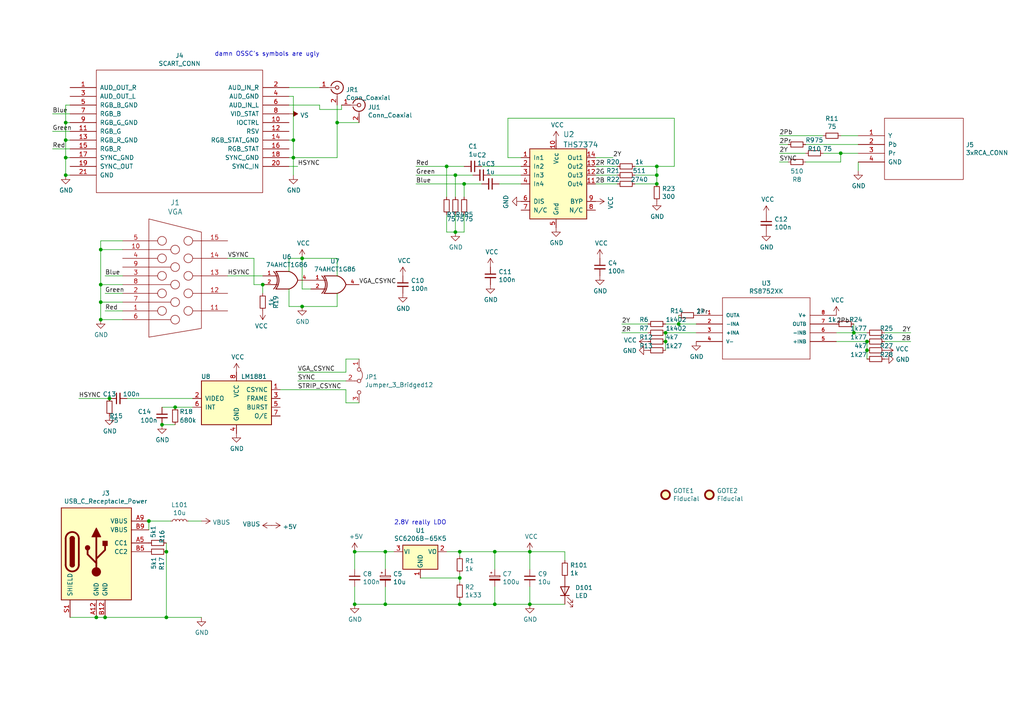
<source format=kicad_sch>
(kicad_sch (version 20211123) (generator eeschema)
  (paper "A4")
  (title_block (title "VGA/SHART to YPbPr converter") (date "2019-04-28") (rev "1") (company "Wakaba video") (comment 1 "KiCad bitches"))
  (lib_symbols
    (symbol "74xGxx:74AHC1G86" (pin_names (offset 1.016))
      (property "Reference" "U" (at -2.54 3.81 0))
      (property "Value" "74AHC1G86" (at 0 -3.81 0))
      (symbol "74AHC1G86_1_1"
        (pin input line (at -7.62 1.27 0) (length 3.81) (name "~") (number "1"))
        (pin input line (at -7.62 -1.27 0) (length 3.81) (name "~") (number "2"))
        (pin power_in line (at 0 -2.54 270) (length 0) hide (name "GND") (number "3"))
        (pin output line (at 6.35 0 180) (length 3.81) (name "~") (number "4"))
        (pin power_in line (at 0 2.54 90) (length 0) hide (name "VCC") (number "5"))
      )
    )
    (symbol "Connector:Conn_Coaxial" (pin_names (offset 1.016) hide)
      (property "Reference" "J" (at 0.254 3.048 0))
      (property "Value" "Conn_Coaxial" (at 2.921 0 90))
      (symbol "Conn_Coaxial_1_1"
        (pin passive line (at -5.08 0 0) (length 2.54) (name "In") (number "1"))
        (pin passive line (at 0 -5.08 90) (length 2.54) (name "Ext") (number "2"))
      )
    )
    (symbol "Device:C_Small" (pin_numbers hide) (pin_names (offset 0.254) hide)
      (property "Reference" "C" (at 0.254 1.778 0))
      (property "Value" "C_Small" (at 0.254 -2.032 0))
      (symbol "C_Small_1_1"
        (pin passive line (at 0 2.54 270) (length 2.032) (name "~") (number "1"))
        (pin passive line (at 0 -2.54 90) (length 2.032) (name "~") (number "2"))
      )
    )
    (symbol "Device:LED" (pin_numbers hide) (pin_names (offset 1.016) hide)
      (property "Reference" "D" (at 0 2.54 0))
      (property "Value" "LED" (at 0 -2.54 0))
      (symbol "LED_1_1"
        (pin passive line (at -3.81 0 0) (length 2.54) (name "K") (number "1"))
        (pin passive line (at 3.81 0 180) (length 2.54) (name "A") (number "2"))
      )
    )
    (symbol "Device:L_Small" (pin_numbers hide) (pin_names (offset 0.254) hide)
      (property "Reference" "L" (at 0.762 1.016 0))
      (property "Value" "L_Small" (at 0.762 -1.016 0))
      (symbol "L_Small_1_1"
        (pin passive line (at 0 2.54 270) (length 0.508) (name "~") (number "1"))
        (pin passive line (at 0 -2.54 90) (length 0.508) (name "~") (number "2"))
      )
    )
    (symbol "Device:R_Small" (pin_numbers hide) (pin_names (offset 0.254) hide)
      (property "Reference" "R" (at 0.762 0.508 0))
      (property "Value" "R_Small" (at 0.762 -1.016 0))
      (symbol "R_Small_1_1"
        (pin passive line (at 0 2.54 270) (length 0.762) (name "~") (number "1"))
        (pin passive line (at 0 -2.54 90) (length 0.762) (name "~") (number "2"))
      )
    )
    (symbol "Mechanical:Fiducial"
      (property "Reference" "FID" (at 0 5.08 0))
      (property "Value" "Fiducial" (at 0 3.175 0))
    )
    (symbol "RGB-to-component-rescue:3xRCA_CONN-ossc" (pin_names (offset 1.016))
      (property "Reference" "U" (at 0 -2.54 0))
      (property "Value" "3xRCA_CONN-ossc" (at 0 2.54 0))
      (symbol "3xRCA_CONN-ossc_1_1"
        (pin output line (at -19.05 3.81 0) (length 7.62) (name "Y") (number "1"))
        (pin output line (at -19.05 1.27 0) (length 7.62) (name "Pb") (number "2"))
        (pin output line (at -19.05 -1.27 0) (length 7.62) (name "Pr") (number "3"))
        (pin power_in line (at -19.05 -3.81 0) (length 7.62) (name "GND") (number "4"))
      )
    )
    (symbol "RGB-to-component-rescue:CP_Small-Device" (pin_numbers hide) (pin_names (offset 0.254) hide)
      (property "Reference" "C" (at 0.254 1.778 0))
      (property "Value" "CP_Small-Device" (at 0.254 -2.032 0))
      (symbol "CP_Small-Device_1_1"
        (pin passive line (at 0 2.54 270) (length 1.8542) (name "~") (number "1"))
        (pin passive line (at 0 -2.54 90) (length 1.8542) (name "~") (number "2"))
      )
    )
    (symbol "RGB-to-component-rescue:Jumper_3_Bridged12-Jumper" (pin_names (offset 0) hide)
      (property "Reference" "JP" (at -2.54 -2.54 0))
      (property "Value" "Jumper_3_Bridged12-Jumper" (at 0 2.794 0))
      (symbol "Jumper_3_Bridged12-Jumper_1_1"
        (pin passive line (at -6.35 0 0) (length 2.54) (name "A") (number "1"))
        (pin input line (at 0 -3.81 90) (length 2.54) (name "C") (number "2"))
        (pin passive line (at 6.35 0 180) (length 2.54) (name "B") (number "3"))
      )
    )
    (symbol "RGB-to-component-rescue:LT6206CMS8PBF-Videobits" (pin_names (offset 1.016))
      (property "Reference" "U" (at 15.621 9.1186 0))
      (property "Value" "LT6206CMS8PBF-Videobits" (at 14.9606 6.5786 0))
      (symbol "LT6206CMS8PBF-Videobits_0_0"
        (pin output line (at 0 0 0) (length 7.62) (name "OUTA") (number "1"))
        (pin input line (at 0 -2.54 0) (length 7.62) (name "-INA") (number "2"))
        (pin input line (at 0 -5.08 0) (length 7.62) (name "+INA") (number "3"))
        (pin power_in line (at 0 -7.62 0) (length 7.62) (name "V-") (number "4"))
        (pin input line (at 40.64 -7.62 180) (length 7.62) (name "+INB") (number "5"))
        (pin input line (at 40.64 -5.08 180) (length 7.62) (name "-INB") (number "6"))
        (pin output line (at 40.64 -2.54 180) (length 7.62) (name "OUTB") (number "7"))
        (pin power_in line (at 40.64 0 180) (length 7.62) (name "V+") (number "8"))
      )
    )
    (symbol "RGB-to-component-rescue:SCART_CONN-ossc" (pin_names (offset 1.016))
      (property "Reference" "U" (at 0 -2.54 0))
      (property "Value" "SCART_CONN-ossc" (at 0 2.54 0))
      (symbol "SCART_CONN-ossc_1_1"
        (pin input line (at -31.75 12.7 0) (length 7.62) (name "AUD_OUT_R") (number "1"))
        (pin output line (at 31.75 2.54 180) (length 7.62) (name "IOCTRL") (number "10"))
        (pin output line (at -31.75 0 0) (length 7.62) (name "RGB_G") (number "11"))
        (pin output line (at 31.75 0 180) (length 7.62) (name "RSV") (number "12"))
        (pin power_in line (at -31.75 -2.54 0) (length 7.62) (name "RGB_R_GND") (number "13"))
        (pin power_in line (at 31.75 -2.54 180) (length 7.62) (name "RGB_STAT_GND") (number "14"))
        (pin output line (at -31.75 -5.08 0) (length 7.62) (name "RGB_R") (number "15"))
        (pin output line (at 31.75 -5.08 180) (length 7.62) (name "RGB_STAT") (number "16"))
        (pin output line (at -31.75 -7.62 0) (length 7.62) (name "SYNC_GND") (number "17"))
        (pin output line (at 31.75 -7.62 180) (length 7.62) (name "SYNC_GND") (number "18"))
        (pin input line (at -31.75 -10.16 0) (length 7.62) (name "SYNC_OUT") (number "19"))
        (pin output line (at 31.75 12.7 180) (length 7.62) (name "AUD_IN_R") (number "2"))
        (pin output line (at 31.75 -10.16 180) (length 7.62) (name "SYNC_IN") (number "20"))
        (pin power_in line (at -31.75 -12.7 0) (length 7.62) (name "GND") (number "21"))
        (pin input line (at -31.75 10.16 0) (length 7.62) (name "AUD_OUT_L") (number "3"))
        (pin power_in line (at 31.75 10.16 180) (length 7.62) (name "AUD_GND") (number "4"))
        (pin power_in line (at -31.75 7.62 0) (length 7.62) (name "RGB_B_GND") (number "5"))
        (pin output line (at 31.75 7.62 180) (length 7.62) (name "AUD_IN_L") (number "6"))
        (pin output line (at -31.75 5.08 0) (length 7.62) (name "RGB_B") (number "7"))
        (pin output line (at 31.75 5.08 180) (length 7.62) (name "VID_STAT") (number "8"))
        (pin power_in line (at -31.75 2.54 0) (length 7.62) (name "RGB_G_GND") (number "9"))
      )
    )
    (symbol "RGB-to-component-rescue:USB_C_Receptacle_Power-Videobits" (pin_names (offset 1.016))
      (property "Reference" "J" (at -10.16 10.16 0))
      (property "Value" "USB_C_Receptacle_Power-Videobits" (at 19.05 10.16 0))
      (symbol "USB_C_Receptacle_Power-Videobits_1_1"
        (pin power_out line (at 0 -22.86 90) (length 5.08) (name "GND") (number "A12"))
        (pin bidirectional line (at 15.24 -1.27 180) (length 5.08) (name "CC1") (number "A5"))
        (pin power_out line (at 15.24 5.08 180) (length 5.08) (name "VBUS") (number "A9"))
        (pin power_out line (at 2.54 -22.86 90) (length 5.08) (name "GND") (number "B12"))
        (pin bidirectional line (at 15.24 -3.81 180) (length 5.08) (name "CC2") (number "B5"))
        (pin power_out line (at 15.24 2.54 180) (length 5.08) (name "VBUS") (number "B9"))
        (pin passive line (at -7.62 -22.86 90) (length 5.08) (name "SHIELD") (number "S1"))
      )
    )
    (symbol "RGB-to-component-rescue:VCC-converted" (power) (pin_names (offset 0))
      (property "Value" "VCC-converted" (at 0 3.81 0))
      (symbol "VCC-converted_1_1"
        (pin power_in line (at 0 0 90) (length 0) hide (name "VCC") (number "1"))
      )
    )
    (symbol "RGB-to-component-rescue:VGA-ossc" (pin_names (offset 0) hide)
      (property "Reference" "J" (at -6.35 20.32 0))
      (property "Value" "VGA-ossc" (at 0 -19.05 0))
      (symbol "VGA-ossc_1_1"
        (pin output line (at -15.24 -8.89 0) (length 7.62) (name "RED") (number "1"))
        (pin input line (at -15.24 8.89 0) (length 7.62) (name "GND_VSYNC") (number "10"))
        (pin input line (at 15.24 -8.89 180) (length 7.62) (name "ID0/RES") (number "11"))
        (pin input line (at 15.24 -3.81 180) (length 7.62) (name "ID1/SDA") (number "12"))
        (pin output line (at 15.24 1.27 180) (length 7.62) (name "HSYNC") (number "13"))
        (pin output line (at 15.24 6.35 180) (length 7.62) (name "VSYNC") (number "14"))
        (pin input line (at 15.24 11.43 180) (length 7.62) (name "ID3/SCL") (number "15"))
        (pin output line (at -15.24 -3.81 0) (length 7.62) (name "GREEN") (number "2"))
        (pin output line (at -15.24 1.27 0) (length 7.62) (name "BLUE") (number "3"))
        (pin input line (at -15.24 6.35 0) (length 7.62) (name "ID2/RES") (number "4"))
        (pin input line (at -15.24 11.43 0) (length 7.62) (name "GND_HSYNC") (number "5"))
        (pin input line (at -15.24 -11.43 0) (length 7.62) (name "RED_RTN") (number "6"))
        (pin input line (at -15.24 -6.35 0) (length 7.62) (name "GREEN_RTN") (number "7"))
        (pin input line (at -15.24 -1.27 0) (length 7.62) (name "BLUE_RTN") (number "8"))
        (pin input line (at -15.24 3.81 0) (length 7.62) (name "KEY/PWR") (number "9"))
      )
    )
    (symbol "Regulator_Linear:MCP1700-2802E_SOT23" (pin_names (offset 0.254))
      (property "Reference" "U" (at -3.81 3.175 0))
      (property "Value" "MCP1700-2802E_SOT23" (at 0 3.175 0))
      (symbol "MCP1700-2802E_SOT23_1_1"
        (pin power_in line (at 0 -7.62 90) (length 2.54) (name "GND") (number "1"))
        (pin power_out line (at 7.62 0 180) (length 2.54) (name "VO") (number "2"))
        (pin power_in line (at -7.62 0 0) (length 2.54) (name "VI") (number "3"))
      )
    )
    (symbol "Video:LM1881" (pin_names (offset 1.016))
      (property "Reference" "U" (at -8.89 8.89 0))
      (property "Value" "LM1881" (at 6.35 8.89 0))
      (symbol "LM1881_1_1"
        (pin output line (at 12.7 5.08 180) (length 2.54) (name "CSYNC") (number "1"))
        (pin input line (at -12.7 2.54 0) (length 2.54) (name "VIDEO") (number "2"))
        (pin output line (at 12.7 2.54 180) (length 2.54) (name "FRAME") (number "3"))
        (pin power_in line (at 0 -7.62 90) (length 2.54) (name "GND") (number "4"))
        (pin output line (at 12.7 0 180) (length 2.54) (name "BURST") (number "5"))
        (pin input line (at -12.7 0 0) (length 2.54) (name "INT") (number "6"))
        (pin output line (at 12.7 -2.54 180) (length 2.54) (name "O/E") (number "7"))
        (pin power_in line (at 0 10.16 270) (length 2.54) (name "VCC") (number "8"))
      )
    )
    (symbol "power:+5V" (power) (pin_names (offset 0))
      (property "Value" "+5V" (at 0 3.556 0))
      (symbol "+5V_1_1"
        (pin power_in line (at 0 0 90) (length 0) hide (name "+5V") (number "1"))
      )
    )
    (symbol "power:GND" (power) (pin_names (offset 0))
      (property "Value" "GND" (at 0 -3.81 0))
      (symbol "GND_1_1"
        (pin power_in line (at 0 0 270) (length 0) hide (name "GND") (number "1"))
      )
    )
    (symbol "power:VBUS" (power) (pin_names (offset 0))
      (property "Value" "VBUS" (at 0 3.81 0))
      (symbol "VBUS_1_1"
        (pin power_in line (at 0 0 90) (length 0) hide (name "VBUS") (number "1"))
      )
    )
    (symbol "power:VCC" (power) (pin_names (offset 0))
      (property "Value" "VCC" (at 0 3.81 0))
      (symbol "VCC_1_1"
        (pin power_in line (at 0 0 90) (length 0) hide (name "VCC") (number "1"))
      )
    )
    (symbol "power:VS" (power) (pin_names (offset 0))
      (property "Value" "VS" (at 0 3.81 0))
      (symbol "VS_1_1"
        (pin power_in line (at 0 0 90) (length 0) hide (name "VS") (number "1"))
      )
    )
    (symbol "videobits:THS7374" (pin_names (offset 1.016))
      (property "Reference" "U" (at -3.81 6.35 0))
      (property "Value" "THS7374" (at 6.35 6.35 0))
      (symbol "THS7374_0_1"
        (pin input line (at -5.08 2.54 0) (length 2.54) (name "In1") (number "1"))
        (pin power_in line (at 5.08 7.62 270) (length 2.54) (name "Vcc") (number "10"))
        (pin output line (at 16.51 -5.08 180) (length 2.54) (name "Out4") (number "11"))
        (pin output line (at 16.51 -2.54 180) (length 2.54) (name "Out3") (number "12"))
        (pin output line (at 16.51 0 180) (length 2.54) (name "Out2") (number "13"))
        (pin output line (at 16.51 2.54 180) (length 2.54) (name "Out1") (number "14"))
        (pin input line (at -5.08 0 0) (length 2.54) (name "In2") (number "2"))
        (pin input line (at -5.08 -2.54 0) (length 2.54) (name "In3") (number "3"))
        (pin input line (at -5.08 -5.08 0) (length 2.54) (name "In4") (number "4"))
        (pin power_in line (at 5.08 -17.78 90) (length 2.54) (name "Gnd") (number "5"))
        (pin input line (at -5.08 -10.16 0) (length 2.54) (name "DIS") (number "6"))
        (pin passive line (at -5.08 -12.7 0) (length 2.54) (name "N/C") (number "7"))
        (pin passive line (at 16.51 -12.7 180) (length 2.54) (name "N/C") (number "8"))
        (pin input line (at 16.51 -10.16 180) (length 2.54) (name "BYP") (number "9"))
      )
    )
  )
  (junction (at 193.04 96.52))
  (junction (at 196.85 93.98))
  (junction (at 29.21 87.63))
  (junction (at 29.21 72.39))
  (junction (at 85.09 40.64))
  (junction (at 153.67 175.26))
  (junction (at 19.05 40.64))
  (junction (at 46.99 123.19))
  (junction (at 87.63 88.9))
  (junction (at 190.5 50.8))
  (junction (at 76.2 82.55))
  (junction (at 143.51 160.02))
  (junction (at 48.26 160.02))
  (junction (at 133.35 167.64))
  (junction (at 19.05 35.56))
  (junction (at 111.76 160.02))
  (junction (at 30.48 179.07))
  (junction (at 133.35 175.26))
  (junction (at 29.21 92.71))
  (junction (at 190.5 53.34))
  (junction (at 48.26 179.07))
  (junction (at 50.8 118.11))
  (junction (at 102.87 175.26))
  (junction (at 29.21 82.55))
  (junction (at 102.87 160.02))
  (junction (at 97.79 35.56))
  (junction (at 193.04 99.06))
  (junction (at 251.46 99.06))
  (junction (at 19.05 50.8))
  (junction (at 153.67 160.02))
  (junction (at 247.65 96.52))
  (junction (at 31.75 115.57))
  (junction (at 87.63 74.93))
  (junction (at 129.54 48.26))
  (junction (at 85.09 45.72))
  (junction (at 133.35 160.02))
  (junction (at 134.62 53.34))
  (junction (at 132.08 50.8))
  (junction (at 251.46 101.6))
  (junction (at 111.76 175.26))
  (junction (at 243.84 44.45))
  (junction (at 143.51 175.26))
  (junction (at 132.08 67.31))
  (junction (at 190.5 48.26))
  (junction (at 19.05 45.72))
  (junction (at 43.18 151.13))
  (junction (at 27.94 179.07))
  (wire (pts (xy 99.06 31.75) (xy 92.71 31.75)))
  (wire (pts (xy 228.6 46.99) (xy 226.06 46.99)))
  (wire (pts (xy 129.54 57.15) (xy 129.54 48.26)))
  (wire (pts (xy 102.87 175.26) (xy 111.76 175.26)))
  (wire (pts (xy 19.05 40.64) (xy 19.05 45.72)))
  (wire (pts (xy 73.66 74.93) (xy 73.66 82.55)))
  (wire (pts (xy 19.05 40.64) (xy 20.32 40.64)))
  (wire (pts (xy 193.04 93.98) (xy 196.85 93.98)))
  (wire (pts (xy 50.8 118.11) (xy 55.88 118.11)))
  (wire (pts (xy 29.21 87.63) (xy 35.56 87.63)))
  (wire (pts (xy 19.05 35.56) (xy 19.05 40.64)))
  (wire (pts (xy 97.79 88.9) (xy 97.79 85.09)))
  (wire (pts (xy 190.5 53.34) (xy 184.15 53.34)))
  (wire (pts (xy 35.56 90.17) (xy 30.48 90.17)))
  (wire (pts (xy 143.51 160.02) (xy 153.67 160.02)))
  (wire (pts (xy 195.58 48.26) (xy 190.5 48.26)))
  (wire (pts (xy 83.82 25.4) (xy 92.71 25.4)))
  (wire (pts (xy 104.14 35.56) (xy 97.79 35.56)))
  (wire (pts (xy 129.54 62.23) (xy 129.54 67.31)))
  (wire (pts (xy 163.83 175.26) (xy 153.67 175.26)))
  (wire (pts (xy 147.32 34.29) (xy 147.32 45.72)))
  (wire (pts (xy 99.06 30.48) (xy 99.06 31.75)))
  (wire (pts (xy 73.66 82.55) (xy 76.2 82.55)))
  (wire (pts (xy 19.05 50.8) (xy 20.32 50.8)))
  (wire (pts (xy 129.54 67.31) (xy 132.08 67.31)))
  (wire (pts (xy 243.84 46.99) (xy 243.84 44.45)))
  (wire (pts (xy 111.76 175.26) (xy 133.35 175.26)))
  (wire (pts (xy 85.09 40.64) (xy 85.09 27.94)))
  (wire (pts (xy 111.76 170.18) (xy 111.76 175.26)))
  (wire (pts (xy 133.35 160.02) (xy 143.51 160.02)))
  (wire (pts (xy 195.58 34.29) (xy 147.32 34.29)))
  (wire (pts (xy 196.85 93.98) (xy 201.93 93.98)))
  (wire (pts (xy 180.34 96.52) (xy 187.96 96.52)))
  (wire (pts (xy 134.62 53.34) (xy 134.62 57.15)))
  (wire (pts (xy 153.67 160.02) (xy 163.83 160.02)))
  (wire (pts (xy 87.63 88.9) (xy 97.79 88.9)))
  (wire (pts (xy 133.35 175.26) (xy 143.51 175.26)))
  (wire (pts (xy 83.82 74.93) (xy 83.82 78.74)))
  (wire (pts (xy 233.68 46.99) (xy 243.84 46.99)))
  (wire (pts (xy 120.65 48.26) (xy 129.54 48.26)))
  (wire (pts (xy 100.33 107.95) (xy 100.33 104.14)))
  (wire (pts (xy 226.06 44.45) (xy 233.68 44.45)))
  (wire (pts (xy 120.65 53.34) (xy 134.62 53.34)))
  (wire (pts (xy 153.67 170.18) (xy 153.67 175.26)))
  (wire (pts (xy 180.34 93.98) (xy 187.96 93.98)))
  (wire (pts (xy 201.93 96.52) (xy 193.04 96.52)))
  (wire (pts (xy 29.21 82.55) (xy 35.56 82.55)))
  (wire (pts (xy 132.08 50.8) (xy 120.65 50.8)))
  (wire (pts (xy 15.24 33.02) (xy 20.32 33.02)))
  (wire (pts (xy 83.82 88.9) (xy 87.63 88.9)))
  (wire (pts (xy 184.15 50.8) (xy 190.5 50.8)))
  (wire (pts (xy 134.62 67.31) (xy 134.62 62.23)))
  (wire (pts (xy 251.46 101.6) (xy 251.46 99.06)))
  (wire (pts (xy 27.94 179.07) (xy 30.48 179.07)))
  (wire (pts (xy 19.05 45.72) (xy 20.32 45.72)))
  (wire (pts (xy 242.57 99.06) (xy 251.46 99.06)))
  (wire (pts (xy 163.83 160.02) (xy 163.83 162.56)))
  (wire (pts (xy 139.7 48.26) (xy 151.13 48.26)))
  (wire (pts (xy 97.79 80.01) (xy 97.79 74.93)))
  (wire (pts (xy 190.5 50.8) (xy 190.5 53.34)))
  (wire (pts (xy 133.35 160.02) (xy 133.35 161.29)))
  (wire (pts (xy 86.36 48.26) (xy 83.82 48.26)))
  (wire (pts (xy 264.16 96.52) (xy 256.54 96.52)))
  (wire (pts (xy 172.72 53.34) (xy 179.07 53.34)))
  (wire (pts (xy 238.76 44.45) (xy 243.84 44.45)))
  (wire (pts (xy 129.54 48.26) (xy 134.62 48.26)))
  (wire (pts (xy 83.82 88.9) (xy 83.82 83.82)))
  (wire (pts (xy 87.63 83.82) (xy 87.63 74.93)))
  (wire (pts (xy 92.71 30.48) (xy 83.82 30.48)))
  (wire (pts (xy 195.58 48.26) (xy 195.58 34.29)))
  (wire (pts (xy 48.26 160.02) (xy 48.26 179.07)))
  (wire (pts (xy 132.08 57.15) (xy 132.08 50.8)))
  (wire (pts (xy 92.71 31.75) (xy 92.71 30.48)))
  (wire (pts (xy 179.07 50.8) (xy 172.72 50.8)))
  (wire (pts (xy 29.21 72.39) (xy 29.21 82.55)))
  (wire (pts (xy 132.08 50.8) (xy 137.16 50.8)))
  (wire (pts (xy 97.79 30.48) (xy 97.79 35.56)))
  (wire (pts (xy 248.92 49.53) (xy 248.92 46.99)))
  (wire (pts (xy 35.56 69.85) (xy 29.21 69.85)))
  (wire (pts (xy 147.32 45.72) (xy 151.13 45.72)))
  (wire (pts (xy 48.26 179.07) (xy 58.42 179.07)))
  (wire (pts (xy 85.09 45.72) (xy 83.82 45.72)))
  (wire (pts (xy 142.24 50.8) (xy 151.13 50.8)))
  (wire (pts (xy 19.05 35.56) (xy 19.05 30.48)))
  (wire (pts (xy 20.32 43.18) (xy 15.24 43.18)))
  (wire (pts (xy 143.51 175.26) (xy 153.67 175.26)))
  (wire (pts (xy 85.09 40.64) (xy 83.82 40.64)))
  (wire (pts (xy 97.79 45.72) (xy 85.09 45.72)))
  (wire (pts (xy 36.83 115.57) (xy 55.88 115.57)))
  (wire (pts (xy 184.15 48.26) (xy 190.5 48.26)))
  (wire (pts (xy 100.33 116.84) (xy 100.33 113.03)))
  (wire (pts (xy 87.63 74.93) (xy 83.82 74.93)))
  (wire (pts (xy 243.84 44.45) (xy 248.92 44.45)))
  (wire (pts (xy 133.35 167.64) (xy 133.35 168.91)))
  (wire (pts (xy 233.68 41.91) (xy 248.92 41.91)))
  (wire (pts (xy 133.35 166.37) (xy 133.35 167.64)))
  (wire (pts (xy 196.85 91.44) (xy 196.85 93.98)))
  (wire (pts (xy 29.21 69.85) (xy 29.21 72.39)))
  (wire (pts (xy 144.78 53.34) (xy 151.13 53.34)))
  (wire (pts (xy 22.86 115.57) (xy 31.75 115.57)))
  (wire (pts (xy 251.46 96.52) (xy 247.65 96.52)))
  (wire (pts (xy 29.21 92.71) (xy 35.56 92.71)))
  (wire (pts (xy 247.65 93.98) (xy 247.65 96.52)))
  (wire (pts (xy 19.05 45.72) (xy 19.05 50.8)))
  (wire (pts (xy 15.24 38.1) (xy 20.32 38.1)))
  (wire (pts (xy 29.21 87.63) (xy 29.21 92.71)))
  (wire (pts (xy 54.61 151.13) (xy 58.42 151.13)))
  (wire (pts (xy 132.08 67.31) (xy 134.62 67.31)))
  (wire (pts (xy 100.33 110.49) (xy 86.36 110.49)))
  (wire (pts (xy 133.35 173.99) (xy 133.35 175.26)))
  (wire (pts (xy 29.21 72.39) (xy 35.56 72.39)))
  (wire (pts (xy 102.87 160.02) (xy 111.76 160.02)))
  (wire (pts (xy 97.79 35.56) (xy 97.79 45.72)))
  (wire (pts (xy 29.21 82.55) (xy 29.21 87.63)))
  (wire (pts (xy 172.72 48.26) (xy 179.07 48.26)))
  (wire (pts (xy 30.48 179.07) (xy 48.26 179.07)))
  (wire (pts (xy 102.87 170.18) (xy 102.87 175.26)))
  (wire (pts (xy 46.99 123.19) (xy 50.8 123.19)))
  (wire (pts (xy 172.72 45.72) (xy 177.8 45.72)))
  (wire (pts (xy 30.48 85.09) (xy 35.56 85.09)))
  (wire (pts (xy 48.26 157.48) (xy 48.26 160.02)))
  (wire (pts (xy 248.92 39.37) (xy 243.84 39.37)))
  (wire (pts (xy 85.09 45.72) (xy 85.09 40.64)))
  (wire (pts (xy 66.04 74.93) (xy 73.66 74.93)))
  (wire (pts (xy 134.62 53.34) (xy 139.7 53.34)))
  (wire (pts (xy 247.65 96.52) (xy 242.57 96.52)))
  (wire (pts (xy 43.18 151.13) (xy 49.53 151.13)))
  (wire (pts (xy 143.51 170.18) (xy 143.51 175.26)))
  (wire (pts (xy 76.2 82.55) (xy 76.2 85.09)))
  (wire (pts (xy 102.87 160.02) (xy 102.87 165.1)))
  (wire (pts (xy 111.76 165.1) (xy 111.76 160.02)))
  (wire (pts (xy 153.67 160.02) (xy 153.67 165.1)))
  (wire (pts (xy 90.17 83.82) (xy 87.63 83.82)))
  (wire (pts (xy 86.36 107.95) (xy 100.33 107.95)))
  (wire (pts (xy 46.99 118.11) (xy 50.8 118.11)))
  (wire (pts (xy 20.32 35.56) (xy 19.05 35.56)))
  (wire (pts (xy 87.63 74.93) (xy 97.79 74.93)))
  (wire (pts (xy 111.76 160.02) (xy 114.3 160.02)))
  (wire (pts (xy 121.92 167.64) (xy 133.35 167.64)))
  (wire (pts (xy 85.09 50.8) (xy 85.09 45.72)))
  (wire (pts (xy 104.14 116.84) (xy 100.33 116.84)))
  (wire (pts (xy 19.05 30.48) (xy 20.32 30.48)))
  (wire (pts (xy 251.46 104.14) (xy 251.46 101.6)))
  (wire (pts (xy 143.51 165.1) (xy 143.51 160.02)))
  (wire (pts (xy 132.08 62.23) (xy 132.08 67.31)))
  (wire (pts (xy 129.54 160.02) (xy 133.35 160.02)))
  (wire (pts (xy 20.32 179.07) (xy 27.94 179.07)))
  (wire (pts (xy 238.76 39.37) (xy 226.06 39.37)))
  (wire (pts (xy 30.48 80.01) (xy 35.56 80.01)))
  (wire (pts (xy 190.5 48.26) (xy 190.5 50.8)))
  (wire (pts (xy 81.28 113.03) (xy 100.33 113.03)))
  (wire (pts (xy 43.18 153.67) (xy 43.18 151.13)))
  (wire (pts (xy 66.04 80.01) (xy 76.2 80.01)))
  (wire (pts (xy 85.09 27.94) (xy 83.82 27.94)))
  (wire (pts (xy 264.16 99.06) (xy 256.54 99.06)))
  (wire (pts (xy 193.04 99.06) (xy 193.04 96.52)))
  (wire (pts (xy 228.6 41.91) (xy 226.06 41.91)))
  (wire (pts (xy 100.33 104.14) (xy 104.14 104.14)))
  (wire (pts (xy 193.04 101.6) (xy 193.04 99.06)))
  (text "2.8V really LDO" (at 114.3 152.4 0) (effects (font (size 1.27 1.27)) (justify left bottom)))
  (text "damn OSSC's symbols are ugly" (at 62.23 16.51 0) (effects (font (size 1.27 1.27)) (justify left bottom)))
  (label "VGA_CSYNC" (at 104.14 82.55 0))
  (label "2B" (at 264.16 99.06 180))
  (label "VGA_CSYNC" (at 86.36 107.95 0))
  (label "Green" (at 30.48 85.09 0))
  (label "Blue" (at 120.65 53.34 0))
  (label "2Pb" (at 242.57 93.98 0))
  (label "2Y" (at 180.34 93.98 0))
  (label "Blue" (at 15.24 33.02 0))
  (label "Green" (at 120.65 50.8 0))
  (label "2G" (at 172.72 50.8 0))
  (label "VSYNC" (at 66.04 74.93 0))
  (label "2B" (at 172.72 53.34 0))
  (label "HSYNC" (at 86.36 48.26 0))
  (label "Red" (at 30.48 90.17 0))
  (label "STRIP_CSYNC" (at 86.36 113.03 0))
  (label "2Y" (at 226.06 44.45 0))
  (label "2R" (at 172.72 48.26 0))
  (label "2R" (at 180.34 96.52 0))
  (label "Red" (at 120.65 48.26 0))
  (label "2Y" (at 264.16 96.52 180))
  (label "SYNC" (at 226.06 46.99 0))
  (label "2Pr" (at 201.93 91.44 0))
  (label "HSYNC" (at 22.86 115.57 0))
  (label "2Y" (at 177.8 45.72 0))
  (label "2Pb" (at 226.06 39.37 0))
  (label "HSYNC" (at 66.04 80.01 0))
  (label "2Pr" (at 226.06 41.91 0))
  (label "Red" (at 15.24 43.18 0))
  (label "Blue" (at 30.48 80.01 0))
  (label "Green" (at 15.24 38.1 0))
  (label "SYNC" (at 86.36 110.49 0))
  (symbol (lib_id "power:GND") (at 132.08 67.31 0) (unit 1)
    (property "Reference" "#PWR02" (effects hide))
    (property "Value" "GND" (at 132.207 71.7042 0))
  )
  (symbol (lib_id "Regulator_Linear:MCP1700-2802E_SOT23") (at 121.92 160.02 0) (unit 1)
    (property "Reference" "U1" (at 121.92 153.8732 0))
    (property "Value" "SC6206B-65K5" (at 121.92 156.1846 0))
    (property "Footprint" "Package_TO_SOT_SMD:SOT-23" (effects hide))
    (property "Datasheet" "http://ww1.microchip.com/downloads/en/DeviceDoc/20001826D.pdf" (effects hide))
    (property "LCSC" "C88294" (effects hide))
  )
  (symbol (lib_id "Device:R_Small") (at 133.35 163.83 0) (unit 1)
    (property "Reference" "R1" (at 134.8486 162.6616 0) (effects (justify left)))
    (property "Value" "1k" (at 134.8486 164.973 0) (effects (justify left)))
    (property "Footprint" "Resistor_SMD:R_0805_2012Metric_Pad1.15x1.40mm_HandSolder" (effects hide))
    (property "LCSC" "C17513" (effects hide))
  )
  (symbol (lib_id "Device:R_Small") (at 133.35 171.45 0) (unit 1)
    (property "Reference" "R2" (at 134.8486 170.2816 0) (effects (justify left)))
    (property "Value" "1k33" (at 134.8486 172.593 0) (effects (justify left)))
    (property "Footprint" "Resistor_SMD:R_0805_2012Metric_Pad1.15x1.40mm_HandSolder" (effects hide))
    (property "LCSC" "C17382" (effects hide))
  )
  (symbol (lib_id "Device:C_Small") (at 137.16 48.26 270) (unit 1)
    (property "Reference" "C1" (at 137.16 42.4434 90))
    (property "Value" "1u" (at 137.16 44.7548 90))
    (property "Footprint" "Capacitor_SMD:C_0805_2012Metric_Pad1.15x1.40mm_HandSolder" (effects hide))
    (property "LCSC" "C28323" (effects hide))
  )
  (symbol (lib_id "Device:C_Small") (at 139.7 50.8 270) (unit 1)
    (property "Reference" "C2" (at 139.7 44.9834 90))
    (property "Value" "1u" (at 139.7 47.2948 90))
    (property "Footprint" "Capacitor_SMD:C_0805_2012Metric_Pad1.15x1.40mm_HandSolder" (effects hide))
    (property "LCSC" "C28323" (effects hide))
  )
  (symbol (lib_id "Device:C_Small") (at 142.24 53.34 270) (unit 1)
    (property "Reference" "C3" (at 142.24 47.5234 90))
    (property "Value" "1u" (at 142.24 49.8348 90))
    (property "Footprint" "Capacitor_SMD:C_0805_2012Metric_Pad1.15x1.40mm_HandSolder" (effects hide))
    (property "LCSC" "C28323" (effects hide))
  )
  (symbol (lib_id "power:VCC") (at 153.67 160.02 0) (unit 1)
    (property "Reference" "#PWR0103" (effects hide))
    (property "Value" "VCC" (at 154.1018 155.6258 0))
  )
  (symbol (lib_id "power:+5V") (at 102.87 160.02 0) (unit 1)
    (property "Reference" "#PWR0104" (effects hide))
    (property "Value" "+5V" (at 103.251 155.6258 0))
  )
  (symbol (lib_id "power:GND") (at 102.87 175.26 0) (unit 1)
    (property "Reference" "#PWR0105" (effects hide))
    (property "Value" "GND" (at 102.997 179.6542 0))
  )
  (symbol (lib_id "power:GND") (at 153.67 175.26 0) (unit 1)
    (property "Reference" "#PWR0106" (effects hide))
    (property "Value" "GND" (at 153.797 179.6542 0))
  )
  (symbol (lib_id "Device:R_Small") (at 241.3 39.37 270) (unit 1)
    (property "Reference" "R11" (at 241.3 34.3916 90))
    (property "Value" "75" (at 241.3 36.703 90))
    (property "Footprint" "Resistor_SMD:R_0805_2012Metric_Pad1.15x1.40mm_HandSolder" (effects hide))
    (property "LCSC" "C20638" (effects hide))
  )
  (symbol (lib_id "Device:R_Small") (at 236.22 44.45 270) (mirror x) (unit 1)
    (property "Reference" "R10" (at 236.22 43.18 90))
    (property "Value" "75" (at 240.03 43.18 90))
    (property "Footprint" "Resistor_SMD:R_0805_2012Metric_Pad1.15x1.40mm_HandSolder" (effects hide))
    (property "LCSC" "C20638" (effects hide))
  )
  (symbol (lib_id "Device:R_Small") (at 231.14 46.99 270) (mirror x) (unit 1)
    (property "Reference" "R8" (at 231.14 52.07 90))
    (property "Value" "510" (at 231.14 49.657 90))
    (property "Footprint" "Resistor_SMD:R_0805_2012Metric_Pad1.15x1.40mm_HandSolder" (effects hide))
    (property "LCSC" "C17734" (effects hide))
  )
  (symbol (lib_id "Device:R_Small") (at 231.14 41.91 270) (unit 1)
    (property "Reference" "R9" (at 234.95 40.64 90))
    (property "Value" "75" (at 237.49 40.64 90))
    (property "Footprint" "Resistor_SMD:R_0805_2012Metric_Pad1.15x1.40mm_HandSolder" (effects hide))
    (property "LCSC" "C20638" (effects hide))
  )
  (symbol (lib_id "Device:R_Small") (at 129.54 59.69 0) (unit 1)
    (property "Reference" "R3" (at 129.54 62.23 0) (effects (justify left)))
    (property "Value" "75" (at 129.54 63.5 0) (effects (justify left)))
    (property "Footprint" "Resistor_SMD:R_0805_2012Metric_Pad1.15x1.40mm_HandSolder" (effects hide))
    (property "LCSC" "C20638" (effects hide))
  )
  (symbol (lib_id "Device:R_Small") (at 132.08 59.69 0) (unit 1)
    (property "Reference" "R4" (at 132.08 62.23 0) (effects (justify left)))
    (property "Value" "75" (at 132.08 63.5 0) (effects (justify left)))
    (property "Footprint" "Resistor_SMD:R_0805_2012Metric_Pad1.15x1.40mm_HandSolder" (effects hide))
    (property "LCSC" "C20638" (effects hide))
  )
  (symbol (lib_id "Device:R_Small") (at 134.62 59.69 0) (unit 1)
    (property "Reference" "R5" (at 134.62 62.23 0) (effects (justify left)))
    (property "Value" "75" (at 134.62 63.5 0) (effects (justify left)))
    (property "Footprint" "Resistor_SMD:R_0805_2012Metric_Pad1.15x1.40mm_HandSolder" (effects hide))
    (property "LCSC" "C20638" (effects hide))
  )
  (symbol (lib_id "power:GND") (at 161.29 66.04 0) (unit 1)
    (property "Reference" "#PWR06" (effects hide))
    (property "Value" "GND" (at 161.417 70.4342 0))
  )
  (symbol (lib_id "RGB-to-component-rescue:VCC-converted") (at 161.29 40.64 0) (unit 1)
    (property "Reference" "#PWR05" (effects hide))
    (property "Value" "VCC" (at 161.671 36.2458 0))
  )
  (symbol (lib_id "RGB-to-component-rescue:CP_Small-Device") (at 143.51 167.64 0) (unit 1)
    (property "Reference" "C7" (at 145.7452 166.4716 0) (effects (justify left)))
    (property "Value" "100u" (at 145.7452 168.783 0) (effects (justify left)))
    (property "Footprint" "Capacitor_Tantalum_SMD:CP_EIA-3528-21_Kemet-B_Pad1.50x2.35mm_HandSolder" (effects hide))
    (property "LCSC" " C16133" (effects hide))
  )
  (symbol (lib_id "RGB-to-component-rescue:SCART_CONN-ossc") (at 52.07 38.1 0) (unit 1)
    (property "Reference" "J4" (at 52.07 16.129 0))
    (property "Value" "SCART_CONN" (at 52.07 18.4404 0))
    (property "Footprint" "custom_components:SCART_CONN" (effects hide))
    (property "LCSC" "NOT FITTED" (effects hide))
  )
  (symbol (lib_id "power:GND") (at 19.05 50.8 0) (unit 1)
    (property "Reference" "#PWR01" (effects hide))
    (property "Value" "GND" (at 19.177 55.1942 0))
  )
  (symbol (lib_id "power:GND") (at 85.09 50.8 0) (unit 1)
    (property "Reference" "#PWR07" (effects hide))
    (property "Value" "GND" (at 85.217 55.1942 0))
  )
  (symbol (lib_id "RGB-to-component-rescue:USB_C_Receptacle_Power-Videobits") (at 27.94 156.21 0) (unit 1)
    (property "Reference" "J3" (at 30.6578 143.0782 0))
    (property "Value" "USB_C_Receptacle_Power" (at 30.6578 145.3896 0))
    (property "Footprint" "videobits:USB_C_Receptacle_Generic_Power_Only" (effects hide))
    (property "Datasheet" "https://www.usb.org/sites/default/files/documents/usb_type-c.zip" (effects hide))
    (property "LCSC" "C283540" (effects hide))
  )
  (symbol (lib_id "74xGxx:74AHC1G86") (at 83.82 81.28 0) (unit 1)
    (property "Reference" "U6" (at 83.185 74.4982 0))
    (property "Value" "74AHCT1G86" (at 83.185 76.8096 0))
    (property "Footprint" "Package_TO_SOT_SMD:SOT-23-5" (effects hide))
    (property "LCSC" "C43417" (effects hide))
  )
  (symbol (lib_id "74xGxx:74AHC1G86") (at 97.79 82.55 0) (unit 1)
    (property "Reference" "U7" (at 97.155 75.7682 0))
    (property "Value" "74AHCT1G86" (at 97.155 78.0796 0))
    (property "Footprint" "Package_TO_SOT_SMD:SOT-23-5" (effects hide))
    (property "LCSC" "C43417" (effects hide))
  )
  (symbol (lib_id "RGB-to-component-rescue:3xRCA_CONN-ossc") (at 267.97 43.18 0) (unit 1)
    (property "Reference" "J5" (at 280.1112 42.0116 0) (effects (justify left)))
    (property "Value" "3xRCA_CONN" (at 280.1112 44.323 0) (effects (justify left)))
    (property "Footprint" "videobits:3xRCA_CONN_SINGLE" (effects hide))
    (property "LCSC" "NOT FITTED" (effects hide))
  )
  (symbol (lib_id "RGB-to-component-rescue:VCC-converted") (at 87.63 74.93 0) (unit 1)
    (property "Reference" "#PWR04" (effects hide))
    (property "Value" "VCC" (at 88.011 70.5358 0))
  )
  (symbol (lib_id "power:GND") (at 248.92 49.53 0) (unit 1)
    (property "Reference" "#PWR0109" (effects hide))
    (property "Value" "GND" (at 249.047 53.9242 0))
  )
  (symbol (lib_id "power:GND") (at 87.63 88.9 0) (unit 1)
    (property "Reference" "#PWR08" (effects hide))
    (property "Value" "GND" (at 87.757 93.2942 0))
  )
  (symbol (lib_id "Device:R_Small") (at 45.72 160.02 270) (unit 1)
    (property "Reference" "R17" (at 46.8884 161.5186 0) (effects (justify left)))
    (property "Value" "5k1" (at 44.577 161.5186 0) (effects (justify left)))
    (property "Footprint" "Resistor_SMD:R_0805_2012Metric_Pad1.15x1.40mm_HandSolder" (effects hide))
    (property "LCSC" "C27834" (effects hide))
  )
  (symbol (lib_id "Device:R_Small") (at 45.72 157.48 270) (unit 1)
    (property "Reference" "R16" (at 46.99 153.67 0) (effects (justify left)))
    (property "Value" "5k1" (at 44.45 152.4 0) (effects (justify left)))
    (property "Footprint" "Resistor_SMD:R_0805_2012Metric_Pad1.15x1.40mm_HandSolder" (effects hide))
    (property "LCSC" "C27834" (effects hide))
  )
  (symbol (lib_id "power:VBUS") (at 58.42 151.13 270) (unit 1)
    (property "Reference" "#PWR020" (effects hide))
    (property "Value" "VBUS" (at 61.6712 151.511 90) (effects (justify left)))
  )
  (symbol (lib_id "power:GND") (at 58.42 179.07 0) (unit 1)
    (property "Reference" "#PWR021" (effects hide))
    (property "Value" "GND" (at 58.547 183.4642 0))
  )
  (symbol (lib_id "power:VS") (at 83.82 33.02 270) (unit 1)
    (property "Reference" "#PWR0110" (effects hide))
    (property "Value" "VS" (at 87.0712 33.4518 90) (effects (justify left)))
  )
  (symbol (lib_id "Device:C_Small") (at 102.87 167.64 0) (unit 1)
    (property "Reference" "C8" (at 105.2068 166.4716 0) (effects (justify left)))
    (property "Value" "100n" (at 105.2068 168.783 0) (effects (justify left)))
    (property "Footprint" "Capacitor_SMD:C_0805_2012Metric_Pad1.15x1.40mm_HandSolder" (effects hide))
    (property "LCSC" "C14663" (effects hide))
  )
  (symbol (lib_id "Device:C_Small") (at 153.67 167.64 0) (unit 1)
    (property "Reference" "C9" (at 156.0068 166.4716 0) (effects (justify left)))
    (property "Value" "10u" (at 156.0068 168.783 0) (effects (justify left)))
    (property "Footprint" "Capacitor_SMD:C_0805_2012Metric_Pad1.15x1.40mm_HandSolder" (effects hide))
    (property "LCSC" "C15850" (effects hide))
  )
  (symbol (lib_id "RGB-to-component-rescue:VGA-ossc") (at 50.8 81.28 0) (unit 1)
    (property "Reference" "J1" (at 50.8 58.7502 0) (effects (font (size 1.524 1.524))))
    (property "Value" "VGA" (at 50.8 61.4426 0) (effects (font (size 1.524 1.524))))
    (property "Footprint" "custom_components:VGA_CONN" (effects hide))
    (property "LCSC" "NOT FITTED" (effects hide))
  )
  (symbol (lib_id "power:VCC") (at 116.84 80.01 0) (unit 1)
    (property "Reference" "#PWR09" (effects hide))
    (property "Value" "VCC" (at 117.2718 75.6158 0))
  )
  (symbol (lib_id "power:GND") (at 116.84 85.09 0) (unit 1)
    (property "Reference" "#PWR010" (effects hide))
    (property "Value" "GND" (at 116.967 89.4842 0))
  )
  (symbol (lib_id "Device:C_Small") (at 116.84 82.55 0) (unit 1)
    (property "Reference" "C10" (at 119.1768 81.3816 0) (effects (justify left)))
    (property "Value" "100n" (at 119.1768 83.693 0) (effects (justify left)))
    (property "Footprint" "Capacitor_SMD:C_0805_2012Metric_Pad1.15x1.40mm_HandSolder" (effects hide))
    (property "LCSC" "C14663" (effects hide))
  )
  (symbol (lib_id "power:VCC") (at 142.24 77.47 0) (unit 1)
    (property "Reference" "#PWR014" (effects hide))
    (property "Value" "VCC" (at 142.6718 73.0758 0))
  )
  (symbol (lib_id "power:GND") (at 142.24 82.55 0) (unit 1)
    (property "Reference" "#PWR015" (effects hide))
    (property "Value" "GND" (at 142.367 86.9442 0))
  )
  (symbol (lib_id "Device:C_Small") (at 142.24 80.01 0) (unit 1)
    (property "Reference" "C11" (at 144.5768 78.8416 0) (effects (justify left)))
    (property "Value" "100n" (at 144.5768 81.153 0) (effects (justify left)))
    (property "Footprint" "Capacitor_SMD:C_0805_2012Metric_Pad1.15x1.40mm_HandSolder" (effects hide))
    (property "LCSC" "C14663" (effects hide))
  )
  (symbol (lib_id "power:VCC") (at 222.25 62.23 0) (unit 1)
    (property "Reference" "#PWR016" (effects hide))
    (property "Value" "VCC" (at 222.6818 57.8358 0))
  )
  (symbol (lib_id "power:GND") (at 222.25 67.31 0) (unit 1)
    (property "Reference" "#PWR017" (effects hide))
    (property "Value" "GND" (at 222.377 71.7042 0))
  )
  (symbol (lib_id "Device:C_Small") (at 222.25 64.77 0) (unit 1)
    (property "Reference" "C12" (at 224.5868 63.6016 0) (effects (justify left)))
    (property "Value" "100n" (at 224.5868 65.913 0) (effects (justify left)))
    (property "Footprint" "Capacitor_SMD:C_0805_2012Metric_Pad1.15x1.40mm_HandSolder" (effects hide))
    (property "LCSC" "C14663" (effects hide))
  )
  (symbol (lib_id "power:+5V") (at 78.74 152.4 270) (unit 1)
    (property "Reference" "#PWR012" (effects hide))
    (property "Value" "+5V" (at 81.9912 152.781 90) (effects (justify left)))
  )
  (symbol (lib_id "power:VBUS") (at 78.74 152.4 90) (unit 1)
    (property "Reference" "#PWR011" (effects hide))
    (property "Value" "VBUS" (at 75.4888 152.019 90) (effects (justify left)))
  )
  (symbol (lib_id "power:GND") (at 29.21 92.71 0) (unit 1)
    (property "Reference" "#PWR023" (effects hide))
    (property "Value" "GND" (at 29.337 97.1042 0))
  )
  (symbol (lib_id "Video:LM1881") (at 68.58 118.11 0) (unit 1)
    (property "Reference" "U8" (at 59.69 109.22 0))
    (property "Value" "LM1881" (at 73.66 109.22 0))
    (property "Footprint" "Package_SO:SOIC-8_3.9x4.9mm_P1.27mm" (effects hide))
    (property "LCSC" "C357809" (effects hide))
  )
  (symbol (lib_id "RGB-to-component-rescue:VCC-converted") (at 68.58 107.95 0) (unit 1)
    (property "Reference" "#PWR018" (effects hide))
    (property "Value" "VCC" (at 68.961 103.5558 0))
  )
  (symbol (lib_id "Device:C_Small") (at 34.29 115.57 90) (unit 1)
    (property "Reference" "C13" (at 31.75 114.3 90))
    (property "Value" "100n" (at 38.1 114.3 90))
    (property "Footprint" "Capacitor_SMD:C_0805_2012Metric_Pad1.15x1.40mm_HandSolder" (effects hide))
    (property "LCSC" "C14663" (effects hide))
  )
  (symbol (lib_id "Device:R_Small") (at 31.75 118.11 0) (unit 1)
    (property "Reference" "R15" (at 31.75 120.65 0) (effects (justify left)))
    (property "Value" "75" (at 31.75 121.92 0) (effects (justify left)))
    (property "Footprint" "Resistor_SMD:R_0805_2012Metric_Pad1.15x1.40mm_HandSolder" (effects hide))
    (property "LCSC" "C20638" (effects hide))
  )
  (symbol (lib_id "power:GND") (at 31.75 120.65 0) (unit 1)
    (property "Reference" "#PWR019" (effects hide))
    (property "Value" "GND" (at 31.877 125.0442 0))
  )
  (symbol (lib_id "Connector:Conn_Coaxial") (at 97.79 25.4 0) (unit 1)
    (property "Reference" "JR1" (at 100.33 26.035 0) (effects (justify left)))
    (property "Value" "Conn_Coaxial" (at 100.33 28.3464 0) (effects (justify left)))
    (property "Footprint" "videobits:Cheapo_RCA_single_edge" (effects hide))
    (property "Datasheet" " ~" (effects hide))
    (property "LCSC" "NOT FITTED" (effects hide))
  )
  (symbol (lib_id "Connector:Conn_Coaxial") (at 104.14 30.48 0) (unit 1)
    (property "Reference" "JU1" (at 106.68 31.115 0) (effects (justify left)))
    (property "Value" "Conn_Coaxial" (at 106.68 33.4264 0) (effects (justify left)))
    (property "Footprint" "videobits:Cheapo_RCA_single_edge" (effects hide))
    (property "Datasheet" " ~" (effects hide))
    (property "LCSC" "NOT FITTED" (effects hide))
  )
  (symbol (lib_id "Device:R_Small") (at 50.8 120.65 0) (unit 1)
    (property "Reference" "R18" (at 52.07 119.38 0) (effects (justify left)))
    (property "Value" "680k" (at 52.07 121.92 0) (effects (justify left)))
    (property "Footprint" "Resistor_SMD:R_0805_2012Metric_Pad1.15x1.40mm_HandSolder" (effects hide))
    (property "LCSC" "C17797" (effects hide))
  )
  (symbol (lib_id "Device:C_Small") (at 46.99 120.65 0) (unit 1)
    (property "Reference" "C14" (at 41.91 119.38 0))
    (property "Value" "100n" (at 43.18 121.92 0))
    (property "Footprint" "Capacitor_SMD:C_0805_2012Metric_Pad1.15x1.40mm_HandSolder" (effects hide))
    (property "LCSC" "C14663" (effects hide))
  )
  (symbol (lib_id "power:GND") (at 68.58 125.73 0) (unit 1)
    (property "Reference" "#PWR022" (effects hide))
    (property "Value" "GND" (at 68.707 130.1242 0))
  )
  (symbol (lib_id "power:GND") (at 46.99 123.19 0) (unit 1)
    (property "Reference" "#PWR024" (effects hide))
    (property "Value" "GND" (at 47.117 127.5842 0))
  )
  (symbol (lib_id "Device:R_Small") (at 76.2 87.63 180) (unit 1)
    (property "Reference" "R19" (at 80.01 87.63 90))
    (property "Value" "1k" (at 78.74 87.63 90))
    (property "Footprint" "Resistor_SMD:R_0805_2012Metric_Pad1.15x1.40mm_HandSolder" (effects hide))
    (property "LCSC" "C17513" (effects hide))
  )
  (symbol (lib_id "RGB-to-component-rescue:VCC-converted") (at 76.2 90.17 180) (unit 1)
    (property "Reference" "#PWR025" (effects hide))
    (property "Value" "VCC" (at 75.819 94.5642 0))
  )
  (symbol (lib_id "Device:R_Small") (at 181.61 48.26 270) (unit 1)
    (property "Reference" "R20" (at 177.8 46.99 90))
    (property "Value" "1k" (at 185.42 46.99 90))
    (property "Footprint" "Resistor_SMD:R_0805_2012Metric_Pad1.15x1.40mm_HandSolder" (effects hide))
    (property "LCSC" "C17513" (effects hide))
  )
  (symbol (lib_id "Device:R_Small") (at 181.61 50.8 270) (unit 1)
    (property "Reference" "R21" (at 177.8 49.53 90))
    (property "Value" "511" (at 185.42 49.53 90))
    (property "Footprint" "Resistor_SMD:R_0805_2012Metric_Pad1.15x1.40mm_HandSolder" (effects hide))
    (property "LCSC" "C273884" (effects hide))
  )
  (symbol (lib_id "Device:R_Small") (at 181.61 53.34 270) (unit 1)
    (property "Reference" "R22" (at 177.8 52.07 90))
    (property "Value" "2740" (at 185.42 52.07 90))
    (property "Footprint" "Resistor_SMD:R_0805_2012Metric_Pad1.15x1.40mm_HandSolder" (effects hide))
    (property "LCSC" "C26009" (effects hide))
  )
  (symbol (lib_id "Device:R_Small") (at 190.5 55.88 180) (unit 1)
    (property "Reference" "R23" (at 191.9986 54.7116 0) (effects (justify right)))
    (property "Value" "300" (at 191.9986 57.023 0) (effects (justify right)))
    (property "Footprint" "Resistor_SMD:R_0805_2012Metric_Pad1.15x1.40mm_HandSolder" (effects hide))
    (property "LCSC" "C17617" (effects hide))
  )
  (symbol (lib_id "power:GND") (at 190.5 58.42 0) (unit 1)
    (property "Reference" "#PWR026" (effects hide))
    (property "Value" "GND" (at 190.627 62.8142 0))
  )
  (symbol (lib_id "RGB-to-component-rescue:LT6206CMS8PBF-Videobits") (at 201.93 91.44 0) (unit 1)
    (property "Reference" "U3" (at 222.25 82.169 0))
    (property "Value" "RS8752XK" (at 222.25 84.4804 0))
    (property "Footprint" "Package_SO:SOIC-8_3.9x4.9mm_P1.27mm" (effects hide))
    (property "LCSC" "C236994" (effects hide))
  )
  (symbol (lib_id "Device:R_Small") (at 190.5 96.52 90) (unit 1)
    (property "Reference" "R7" (at 185.42 95.25 90) (effects (justify right)))
    (property "Value" "1k402" (at 193.04 95.25 90) (effects (justify right)))
    (property "Footprint" "Resistor_SMD:R_0805_2012Metric_Pad1.15x1.40mm_HandSolder" (effects hide))
    (property "LCSC" "C17388" (effects hide))
  )
  (symbol (lib_id "Device:R_Small") (at 190.5 99.06 90) (unit 1)
    (property "Reference" "R12" (at 185.42 97.79 90) (effects (justify right)))
    (property "Value" "4k7" (at 193.04 97.79 90) (effects (justify right)))
    (property "Footprint" "Resistor_SMD:R_0805_2012Metric_Pad1.15x1.40mm_HandSolder" (effects hide))
    (property "LCSC" "C17673" (effects hide))
  )
  (symbol (lib_id "Device:R_Small") (at 190.5 101.6 90) (unit 1)
    (property "Reference" "R13" (at 185.42 100.33 90) (effects (justify right)))
    (property "Value" "1k27" (at 193.04 100.33 90) (effects (justify right)))
    (property "Footprint" "Resistor_SMD:R_0805_2012Metric_Pad1.15x1.40mm_HandSolder" (effects hide))
    (property "LCSC" "C40880" (effects hide))
  )
  (symbol (lib_id "RGB-to-component-rescue:VCC-converted") (at 187.96 99.06 90) (unit 1)
    (property "Reference" "#PWR03" (effects hide))
    (property "Value" "VCC" (at 184.7342 98.679 90) (effects (justify left)))
  )
  (symbol (lib_id "power:GND") (at 187.96 101.6 270) (unit 1)
    (property "Reference" "#PWR027" (effects hide))
    (property "Value" "GND" (at 184.7088 101.727 90) (effects (justify right)))
  )
  (symbol (lib_id "Device:R_Small") (at 190.5 93.98 90) (unit 1)
    (property "Reference" "R6" (at 185.42 92.71 90) (effects (justify right)))
    (property "Value" "1k402" (at 193.04 92.71 90) (effects (justify right)))
    (property "Footprint" "Resistor_SMD:R_0805_2012Metric_Pad1.15x1.40mm_HandSolder" (effects hide))
    (property "LCSC" "C17388" (effects hide))
  )
  (symbol (lib_id "Device:R_Small") (at 199.39 91.44 90) (unit 1)
    (property "Reference" "R14" (at 194.31 90.17 90) (effects (justify right)))
    (property "Value" "1k" (at 201.93 90.17 90) (effects (justify right)))
    (property "Footprint" "Resistor_SMD:R_0805_2012Metric_Pad1.15x1.40mm_HandSolder" (effects hide))
    (property "LCSC" "C17513" (effects hide))
  )
  (symbol (lib_id "Device:R_Small") (at 254 99.06 270) (mirror x) (unit 1)
    (property "Reference" "R26" (at 259.08 97.79 90) (effects (justify right)))
    (property "Value" "1k77" (at 251.46 97.79 90) (effects (justify right)))
    (property "Footprint" "Resistor_SMD:R_0805_2012Metric_Pad1.15x1.40mm_HandSolder" (effects hide))
    (property "LCSC" "C17397" (effects hide))
  )
  (symbol (lib_id "Device:R_Small") (at 254 101.6 270) (mirror x) (unit 1)
    (property "Reference" "R27" (at 259.08 100.33 90) (effects (justify right)))
    (property "Value" "4k7" (at 251.46 100.33 90) (effects (justify right)))
    (property "Footprint" "Resistor_SMD:R_0805_2012Metric_Pad1.15x1.40mm_HandSolder" (effects hide))
    (property "LCSC" "C17673" (effects hide))
  )
  (symbol (lib_id "Device:R_Small") (at 254 104.14 270) (mirror x) (unit 1)
    (property "Reference" "R28" (at 259.08 102.87 90) (effects (justify right)))
    (property "Value" "1k27" (at 251.46 102.87 90) (effects (justify right)))
    (property "Footprint" "Resistor_SMD:R_0805_2012Metric_Pad1.15x1.40mm_HandSolder" (effects hide))
    (property "LCSC" "C40880" (effects hide))
  )
  (symbol (lib_id "RGB-to-component-rescue:VCC-converted") (at 256.54 101.6 270) (mirror x) (unit 1)
    (property "Reference" "#PWR028" (effects hide))
    (property "Value" "VCC" (at 259.7658 101.219 90) (effects (justify left)))
  )
  (symbol (lib_id "power:GND") (at 256.54 104.14 90) (mirror x) (unit 1)
    (property "Reference" "#PWR029" (effects hide))
    (property "Value" "GND" (at 259.7912 104.267 90) (effects (justify right)))
  )
  (symbol (lib_id "Device:R_Small") (at 254 96.52 270) (mirror x) (unit 1)
    (property "Reference" "R25" (at 259.08 95.25 90) (effects (justify right)))
    (property "Value" "1k77" (at 251.46 95.25 90) (effects (justify right)))
    (property "Footprint" "Resistor_SMD:R_0805_2012Metric_Pad1.15x1.40mm_HandSolder" (effects hide))
    (property "LCSC" "C17397" (effects hide))
  )
  (symbol (lib_id "Device:R_Small") (at 245.11 93.98 270) (mirror x) (unit 1)
    (property "Reference" "R24" (at 250.19 92.71 90) (effects (justify right)))
    (property "Value" "1k" (at 242.57 92.71 90) (effects (justify right)))
    (property "Footprint" "Resistor_SMD:R_0805_2012Metric_Pad1.15x1.40mm_HandSolder" (effects hide))
    (property "LCSC" "C17513" (effects hide))
  )
  (symbol (lib_id "RGB-to-component-rescue:VCC-converted") (at 242.57 91.44 0) (unit 1)
    (property "Reference" "#PWR0112" (effects hide))
    (property "Value" "VCC" (at 242.951 87.0458 0))
  )
  (symbol (lib_id "power:GND") (at 201.93 99.06 0) (unit 1)
    (property "Reference" "#PWR0113" (effects hide))
    (property "Value" "GND" (at 202.057 103.4542 0))
  )
  (symbol (lib_id "power:VCC") (at 173.99 74.93 0) (unit 1)
    (property "Reference" "#PWR0101" (effects hide))
    (property "Value" "VCC" (at 174.4218 70.5358 0))
  )
  (symbol (lib_id "power:GND") (at 173.99 80.01 0) (unit 1)
    (property "Reference" "#PWR0108" (effects hide))
    (property "Value" "GND" (at 174.117 84.4042 0))
  )
  (symbol (lib_id "Device:C_Small") (at 173.99 77.47 0) (unit 1)
    (property "Reference" "C4" (at 176.3268 76.3016 0) (effects (justify left)))
    (property "Value" "100n" (at 176.3268 78.613 0) (effects (justify left)))
    (property "Footprint" "Capacitor_SMD:C_0805_2012Metric_Pad1.15x1.40mm_HandSolder" (effects hide))
    (property "LCSC" "C14663" (effects hide))
  )
  (symbol (lib_id "RGB-to-component-rescue:Jumper_3_Bridged12-Jumper") (at 104.14 110.49 270) (unit 1)
    (property "Reference" "JP1" (at 105.8418 109.3216 90) (effects (justify left)))
    (property "Value" "Jumper_3_Bridged12" (at 105.8418 111.633 90) (effects (justify left)))
    (property "Footprint" "Jumper:SolderJumper-3_P1.3mm_Bridged12_Pad1.0x1.5mm" (effects hide))
    (property "LCSC" "NOT FITTED" (effects hide))
  )
  (symbol (lib_id "Mechanical:Fiducial") (at 193.04 143.51 0) (unit 1)
    (property "Reference" "GOTE1" (at 195.199 142.3416 0) (effects (justify left)))
    (property "Value" "Fiducial" (at 195.199 144.653 0) (effects (justify left)))
    (property "Footprint" "videobits:uwuriel" (effects hide))
    (property "LCSC" "NOT FITTED" (effects hide))
  )
  (symbol (lib_id "RGB-to-component-rescue:CP_Small-Device") (at 111.76 167.64 0) (unit 1)
    (property "Reference" "C5" (at 113.9952 166.4716 0) (effects (justify left)))
    (property "Value" "10u" (at 113.9952 168.783 0) (effects (justify left)))
    (property "Footprint" "Capacitor_Tantalum_SMD:CP_EIA-3216-18_Kemet-A_Pad1.58x1.35mm_HandSolder" (effects hide))
    (property "LCSC" " C16133" (effects hide))
  )
  (symbol (lib_id "power:GND") (at 151.13 58.42 270) (unit 1)
    (property "Reference" "#PWR0107" (effects hide))
    (property "Value" "GND" (at 146.7358 58.547 0))
  )
  (symbol (lib_id "Device:LED") (at 163.83 171.45 90) (unit 1)
    (property "Reference" "D101" (at 166.8272 170.4594 90) (effects (justify right)))
    (property "Value" "LED" (at 166.8272 172.7708 90) (effects (justify right)))
    (property "Footprint" "LED_SMD:LED_0805_2012Metric" (effects hide))
    (property "LCSC" "C34499" (effects hide))
  )
  (symbol (lib_id "Device:R_Small") (at 163.83 165.1 0) (unit 1)
    (property "Reference" "R101" (at 165.3286 163.9316 0) (effects (justify left)))
    (property "Value" "1k" (at 165.3286 166.243 0) (effects (justify left)))
    (property "Footprint" "Resistor_SMD:R_0805_2012Metric_Pad1.15x1.40mm_HandSolder" (effects hide))
    (property "LCSC" "C17513" (effects hide))
  )
  (symbol (lib_id "Device:L_Small") (at 52.07 151.13 90) (unit 1)
    (property "Reference" "L101" (at 52.07 146.431 90))
    (property "Value" "10u" (at 52.07 148.7424 90))
    (property "Footprint" "Inductor_SMD:L_0805_2012Metric_Pad1.15x1.40mm_HandSolder" (effects hide))
    (property "LCSC" "C1046" (effects hide))
  )
  (symbol (lib_id "Mechanical:Fiducial") (at 205.74 143.51 0) (unit 1)
    (property "Reference" "GOTE2" (at 207.899 142.3416 0) (effects (justify left)))
    (property "Value" "Fiducial" (at 207.899 144.653 0) (effects (justify left)))
    (property "Footprint" "videobits:borgar" (effects hide))
    (property "LCSC" "NOT FITTED" (effects hide))
  )
  (symbol (lib_id "RGB-to-component-rescue:VCC-converted") (at 172.72 58.42 270) (unit 1)
    (property "Reference" "#PWR013" (effects hide))
    (property "Value" "VCC" (at 177.1142 58.801 0))
  )
  (symbol (lib_id "videobits:THS7374") (at 156.21 48.26 0) (unit 1)
    (property "Reference" "U2" (at 163.3094 38.9689 0) (effects (font (size 1.524 1.524)) (justify left)))
    (property "Value" "THS7374" (at 163.3094 41.9623 0) (effects (font (size 1.524 1.524)) (justify left)))
  )
)
</source>
